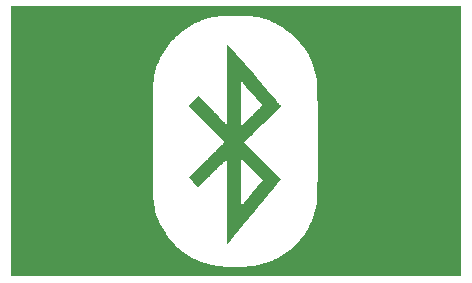
<source format=gbr>
%TF.GenerationSoftware,KiCad,Pcbnew,7.0.7*%
%TF.CreationDate,2023-08-28T22:10:07-07:00*%
%TF.ProjectId,Untitled,556e7469-746c-4656-942e-6b696361645f,rev?*%
%TF.SameCoordinates,Original*%
%TF.FileFunction,Legend,Bot*%
%TF.FilePolarity,Positive*%
%FSLAX46Y46*%
G04 Gerber Fmt 4.6, Leading zero omitted, Abs format (unit mm)*
G04 Created by KiCad (PCBNEW 7.0.7) date 2023-08-28 22:10:07*
%MOMM*%
%LPD*%
G01*
G04 APERTURE LIST*
G04 APERTURE END LIST*
%TO.C,G\u002A\u002A\u002A*%
G36*
X179071905Y-106324400D02*
G01*
X179071905Y-117755543D01*
X160020000Y-117755543D01*
X140968095Y-117755543D01*
X140968095Y-107725159D01*
X152964013Y-107725159D01*
X152964025Y-107944143D01*
X152964062Y-108159233D01*
X152964124Y-108369911D01*
X152964211Y-108575660D01*
X152964323Y-108775963D01*
X152964461Y-108970303D01*
X152964625Y-109158162D01*
X152964815Y-109339023D01*
X152965032Y-109512369D01*
X152965276Y-109677683D01*
X152965547Y-109834448D01*
X152965846Y-109982147D01*
X152966173Y-110120261D01*
X152966529Y-110248275D01*
X152966913Y-110365671D01*
X152967327Y-110471931D01*
X152967770Y-110566539D01*
X152968242Y-110648977D01*
X152968745Y-110718729D01*
X152969279Y-110775276D01*
X152969843Y-110818102D01*
X152970438Y-110846690D01*
X152970718Y-110854799D01*
X152981172Y-111047553D01*
X152995769Y-111229811D01*
X153015031Y-111405883D01*
X153039482Y-111580078D01*
X153069645Y-111756705D01*
X153097334Y-111898256D01*
X153165652Y-112193088D01*
X153248730Y-112485231D01*
X153346193Y-112773808D01*
X153457668Y-113057942D01*
X153582782Y-113336759D01*
X153721159Y-113609380D01*
X153872427Y-113874931D01*
X154036212Y-114132535D01*
X154074555Y-114189026D01*
X154250033Y-114431444D01*
X154438617Y-114667078D01*
X154639285Y-114894865D01*
X154851013Y-115113740D01*
X155072782Y-115322638D01*
X155303567Y-115520495D01*
X155504870Y-115678304D01*
X155754429Y-115856351D01*
X156012517Y-116021943D01*
X156278474Y-116174784D01*
X156551640Y-116314580D01*
X156831356Y-116441035D01*
X157116962Y-116553855D01*
X157407797Y-116652744D01*
X157703202Y-116737407D01*
X158002518Y-116807549D01*
X158053041Y-116817868D01*
X158177580Y-116841671D01*
X158298047Y-116862315D01*
X158417433Y-116880165D01*
X158538727Y-116895586D01*
X158664918Y-116908944D01*
X158798995Y-116920603D01*
X158943948Y-116930928D01*
X159014059Y-116935269D01*
X159026900Y-116935571D01*
X159054010Y-116935838D01*
X159094414Y-116936067D01*
X159147139Y-116936260D01*
X159211213Y-116936414D01*
X159285661Y-116936528D01*
X159369510Y-116936603D01*
X159461787Y-116936636D01*
X159561518Y-116936627D01*
X159667730Y-116936575D01*
X159779450Y-116936480D01*
X159895705Y-116936340D01*
X159997137Y-116936185D01*
X160161685Y-116935845D01*
X160311276Y-116935399D01*
X160446195Y-116934844D01*
X160566727Y-116934177D01*
X160673155Y-116933395D01*
X160765765Y-116932495D01*
X160844841Y-116931474D01*
X160910667Y-116930330D01*
X160963529Y-116929060D01*
X161003710Y-116927660D01*
X161031495Y-116926128D01*
X161037371Y-116925650D01*
X161145711Y-116915254D01*
X161253309Y-116903801D01*
X161356555Y-116891713D01*
X161451836Y-116879415D01*
X161535539Y-116867328D01*
X161536341Y-116867204D01*
X161840191Y-116812606D01*
X162139658Y-116743564D01*
X162434303Y-116660360D01*
X162723684Y-116563273D01*
X163007360Y-116452585D01*
X163284891Y-116328574D01*
X163555837Y-116191522D01*
X163819755Y-116041708D01*
X164076206Y-115879413D01*
X164324749Y-115704918D01*
X164564943Y-115518501D01*
X164796347Y-115320445D01*
X165018520Y-115111028D01*
X165231021Y-114890531D01*
X165433411Y-114659235D01*
X165625247Y-114417419D01*
X165806090Y-114165364D01*
X165821405Y-114142787D01*
X165909068Y-114009910D01*
X165989738Y-113880869D01*
X166065691Y-113751706D01*
X166139202Y-113618466D01*
X166212547Y-113477190D01*
X166265403Y-113370584D01*
X166394524Y-113088505D01*
X166509099Y-112801900D01*
X166609085Y-112510924D01*
X166694438Y-112215732D01*
X166765113Y-111916481D01*
X166821067Y-111613324D01*
X166862253Y-111306418D01*
X166866891Y-111262653D01*
X166869004Y-111242182D01*
X166871019Y-111222747D01*
X166872938Y-111203970D01*
X166874763Y-111185474D01*
X166876496Y-111166879D01*
X166878139Y-111147809D01*
X166879696Y-111127883D01*
X166881168Y-111106726D01*
X166882558Y-111083957D01*
X166883868Y-111059199D01*
X166885100Y-111032074D01*
X166886257Y-111002204D01*
X166887342Y-110969210D01*
X166888356Y-110932713D01*
X166889302Y-110892337D01*
X166890182Y-110847703D01*
X166890999Y-110798431D01*
X166891755Y-110744145D01*
X166892453Y-110684466D01*
X166893094Y-110619016D01*
X166893681Y-110547417D01*
X166894216Y-110469289D01*
X166894703Y-110384256D01*
X166895142Y-110291939D01*
X166895538Y-110191960D01*
X166895891Y-110083940D01*
X166896204Y-109967502D01*
X166896480Y-109842266D01*
X166896721Y-109707856D01*
X166896929Y-109563892D01*
X166897107Y-109409996D01*
X166897257Y-109245791D01*
X166897381Y-109070898D01*
X166897483Y-108884939D01*
X166897563Y-108687535D01*
X166897625Y-108478309D01*
X166897671Y-108256882D01*
X166897703Y-108022876D01*
X166897723Y-107775912D01*
X166897735Y-107515613D01*
X166897740Y-107241601D01*
X166897740Y-106953497D01*
X166897739Y-106650922D01*
X166897737Y-106333499D01*
X166897737Y-106320589D01*
X166897738Y-106002569D01*
X166897740Y-105699413D01*
X166897740Y-105410741D01*
X166897735Y-105136177D01*
X166897724Y-104875341D01*
X166897704Y-104627855D01*
X166897672Y-104393342D01*
X166897627Y-104171423D01*
X166897566Y-103961720D01*
X166897486Y-103763854D01*
X166897386Y-103577448D01*
X166897262Y-103402123D01*
X166897113Y-103237500D01*
X166896937Y-103083203D01*
X166896730Y-102938852D01*
X166896490Y-102804070D01*
X166896216Y-102678477D01*
X166895904Y-102561697D01*
X166895552Y-102453350D01*
X166895159Y-102353059D01*
X166894721Y-102260445D01*
X166894237Y-102175130D01*
X166893703Y-102096736D01*
X166893118Y-102024884D01*
X166892479Y-101959197D01*
X166891784Y-101899297D01*
X166891030Y-101844804D01*
X166890216Y-101795341D01*
X166889338Y-101750529D01*
X166888395Y-101709991D01*
X166887383Y-101673348D01*
X166886302Y-101640222D01*
X166885147Y-101610235D01*
X166883918Y-101583008D01*
X166882611Y-101558164D01*
X166881225Y-101535323D01*
X166879756Y-101514109D01*
X166878203Y-101494142D01*
X166876562Y-101475045D01*
X166874833Y-101456438D01*
X166873012Y-101437945D01*
X166871097Y-101419187D01*
X166869086Y-101399785D01*
X166866976Y-101379362D01*
X166866891Y-101378525D01*
X166827908Y-101072551D01*
X166774063Y-100769486D01*
X166705544Y-100469856D01*
X166622543Y-100174184D01*
X166525251Y-99882997D01*
X166413858Y-99596818D01*
X166288554Y-99316174D01*
X166149530Y-99041588D01*
X165996977Y-98773585D01*
X165831085Y-98512691D01*
X165821117Y-98497877D01*
X165642133Y-98246040D01*
X165452095Y-98004307D01*
X165251470Y-97772958D01*
X165040725Y-97552277D01*
X164820324Y-97342547D01*
X164590734Y-97144051D01*
X164352421Y-96957070D01*
X164105851Y-96781887D01*
X163851489Y-96618785D01*
X163589802Y-96468047D01*
X163321255Y-96329955D01*
X163046315Y-96204792D01*
X162765447Y-96092841D01*
X162479118Y-95994383D01*
X162187792Y-95909702D01*
X161891937Y-95839081D01*
X161592018Y-95782801D01*
X161288501Y-95741146D01*
X161273425Y-95739472D01*
X161228158Y-95734539D01*
X161186219Y-95730098D01*
X161146607Y-95726124D01*
X161108318Y-95722590D01*
X161070350Y-95719471D01*
X161031701Y-95716741D01*
X160991369Y-95714374D01*
X160948352Y-95712344D01*
X160901646Y-95710625D01*
X160850250Y-95709192D01*
X160793161Y-95708019D01*
X160729377Y-95707079D01*
X160657895Y-95706346D01*
X160577714Y-95705796D01*
X160487831Y-95705402D01*
X160387243Y-95705139D01*
X160274948Y-95704979D01*
X160149944Y-95704898D01*
X160011229Y-95704870D01*
X159932361Y-95704868D01*
X159786025Y-95704879D01*
X159653928Y-95704928D01*
X159535068Y-95705043D01*
X159428443Y-95705249D01*
X159333050Y-95705571D01*
X159247886Y-95706036D01*
X159171950Y-95706669D01*
X159104239Y-95707496D01*
X159043751Y-95708544D01*
X158989483Y-95709837D01*
X158940433Y-95711402D01*
X158895599Y-95713265D01*
X158853978Y-95715451D01*
X158814568Y-95717987D01*
X158776367Y-95720898D01*
X158738372Y-95724210D01*
X158699581Y-95727950D01*
X158658992Y-95732142D01*
X158615602Y-95736812D01*
X158591297Y-95739472D01*
X158287214Y-95780475D01*
X157986220Y-95836285D01*
X157688794Y-95906696D01*
X157395411Y-95991499D01*
X157106549Y-96090486D01*
X156822685Y-96203450D01*
X156544296Y-96330183D01*
X156271860Y-96470476D01*
X156005852Y-96624123D01*
X155746752Y-96790914D01*
X155495034Y-96970643D01*
X155251178Y-97163100D01*
X155173195Y-97228784D01*
X155095883Y-97296717D01*
X155011979Y-97373590D01*
X154924470Y-97456493D01*
X154836347Y-97542513D01*
X154750597Y-97628738D01*
X154670209Y-97712255D01*
X154605979Y-97781525D01*
X154403590Y-98015722D01*
X154213491Y-98258701D01*
X154035913Y-98509972D01*
X153871088Y-98769042D01*
X153719247Y-99035419D01*
X153580621Y-99308610D01*
X153455441Y-99588123D01*
X153343940Y-99873467D01*
X153246348Y-100164149D01*
X153162896Y-100459677D01*
X153093817Y-100759559D01*
X153039340Y-101063302D01*
X153028287Y-101137970D01*
X153018337Y-101211736D01*
X153008720Y-101290808D01*
X152999182Y-101377526D01*
X152989469Y-101474234D01*
X152979325Y-101583272D01*
X152976850Y-101610958D01*
X152976216Y-101625698D01*
X152975594Y-101655162D01*
X152974984Y-101698833D01*
X152974387Y-101756194D01*
X152973803Y-101826728D01*
X152973232Y-101909917D01*
X152972675Y-102005245D01*
X152972132Y-102112194D01*
X152971604Y-102230246D01*
X152971090Y-102358886D01*
X152970591Y-102497595D01*
X152970107Y-102645857D01*
X152969639Y-102803154D01*
X152969188Y-102968969D01*
X152968753Y-103142784D01*
X152968334Y-103324084D01*
X152967933Y-103512349D01*
X152967549Y-103707065D01*
X152967182Y-103907712D01*
X152966834Y-104113774D01*
X152966505Y-104324733D01*
X152966194Y-104540073D01*
X152965903Y-104759277D01*
X152965631Y-104981826D01*
X152965378Y-105207205D01*
X152965146Y-105434895D01*
X152964935Y-105664380D01*
X152964744Y-105895142D01*
X152964575Y-106126664D01*
X152964427Y-106358429D01*
X152964301Y-106589920D01*
X152964198Y-106820619D01*
X152964117Y-107050010D01*
X152964059Y-107277575D01*
X152964024Y-107502797D01*
X152964013Y-107725159D01*
X140968095Y-107725159D01*
X140968095Y-106324400D01*
X140968095Y-94893257D01*
X160020000Y-94893257D01*
X179071905Y-94893257D01*
X179071905Y-106324400D01*
G37*
G36*
X161509859Y-100663023D02*
G01*
X161659540Y-100836038D01*
X161806791Y-101006245D01*
X161951293Y-101173276D01*
X162092729Y-101336763D01*
X162230779Y-101496337D01*
X162365125Y-101651631D01*
X162495449Y-101802276D01*
X162621432Y-101947904D01*
X162742755Y-102088147D01*
X162859101Y-102222637D01*
X162970151Y-102351006D01*
X163075586Y-102472886D01*
X163175089Y-102587908D01*
X163268339Y-102695704D01*
X163355020Y-102795907D01*
X163434812Y-102888148D01*
X163507397Y-102972059D01*
X163572457Y-103047271D01*
X163629673Y-103113418D01*
X163678727Y-103170130D01*
X163719300Y-103217040D01*
X163751074Y-103253779D01*
X163773731Y-103279979D01*
X163786951Y-103295273D01*
X163790393Y-103299261D01*
X163815183Y-103328103D01*
X162252975Y-104858640D01*
X162123281Y-104985718D01*
X161996436Y-105110031D01*
X161872872Y-105231154D01*
X161753019Y-105348666D01*
X161637307Y-105462143D01*
X161526167Y-105571163D01*
X161420028Y-105675304D01*
X161319323Y-105774142D01*
X161224480Y-105867254D01*
X161135930Y-105954218D01*
X161054104Y-106034611D01*
X160979432Y-106108010D01*
X160912345Y-106173993D01*
X160853272Y-106232137D01*
X160802645Y-106282019D01*
X160760894Y-106323215D01*
X160728449Y-106355305D01*
X160705740Y-106377864D01*
X160693198Y-106390470D01*
X160690697Y-106393142D01*
X160695995Y-106398805D01*
X160711618Y-106414848D01*
X160737143Y-106440844D01*
X160772148Y-106476368D01*
X160816209Y-106520991D01*
X160868904Y-106574288D01*
X160929810Y-106635833D01*
X160998503Y-106705198D01*
X161074561Y-106781957D01*
X161157561Y-106865683D01*
X161247080Y-106955951D01*
X161342694Y-107052332D01*
X161443982Y-107154402D01*
X161550521Y-107261732D01*
X161661886Y-107373898D01*
X161777656Y-107490471D01*
X161897407Y-107611026D01*
X162020716Y-107735136D01*
X162147162Y-107862374D01*
X162245790Y-107961602D01*
X162416849Y-108133732D01*
X162577244Y-108295221D01*
X162727097Y-108446195D01*
X162866532Y-108586778D01*
X162995672Y-108717097D01*
X163114640Y-108837277D01*
X163223561Y-108947444D01*
X163322557Y-109047722D01*
X163411752Y-109138237D01*
X163491269Y-109219115D01*
X163561232Y-109290481D01*
X163621765Y-109352460D01*
X163672989Y-109405179D01*
X163715030Y-109448762D01*
X163748010Y-109483334D01*
X163772053Y-109509022D01*
X163787283Y-109525950D01*
X163793822Y-109534245D01*
X163794078Y-109535134D01*
X163788637Y-109541788D01*
X163773858Y-109559746D01*
X163750109Y-109588561D01*
X163717758Y-109627788D01*
X163677175Y-109676981D01*
X163628727Y-109735692D01*
X163572784Y-109803477D01*
X163509714Y-109879887D01*
X163439886Y-109964478D01*
X163363668Y-110056803D01*
X163281428Y-110156415D01*
X163193537Y-110262869D01*
X163100361Y-110375718D01*
X163002270Y-110494515D01*
X162899632Y-110618815D01*
X162792817Y-110748171D01*
X162682191Y-110882136D01*
X162568125Y-111020265D01*
X162450987Y-111162112D01*
X162331145Y-111307229D01*
X162208968Y-111455171D01*
X162084824Y-111605491D01*
X161959083Y-111757744D01*
X161832112Y-111911482D01*
X161704280Y-112066259D01*
X161575957Y-112221630D01*
X161447510Y-112377148D01*
X161319309Y-112532366D01*
X161191721Y-112686839D01*
X161065116Y-112840119D01*
X160939861Y-112991761D01*
X160816326Y-113141319D01*
X160694880Y-113288345D01*
X160575890Y-113432395D01*
X160459726Y-113573021D01*
X160346755Y-113709777D01*
X160237348Y-113842218D01*
X160131871Y-113969895D01*
X160030695Y-114092365D01*
X159934187Y-114209179D01*
X159842716Y-114319892D01*
X159756650Y-114424057D01*
X159676359Y-114521229D01*
X159602211Y-114610961D01*
X159534575Y-114692806D01*
X159473818Y-114766318D01*
X159420310Y-114831052D01*
X159374420Y-114886560D01*
X159336515Y-114932396D01*
X159306965Y-114968115D01*
X159286138Y-114993270D01*
X159274403Y-115007414D01*
X159271880Y-115010428D01*
X159250303Y-115035461D01*
X159250303Y-111422320D01*
X159250288Y-111161360D01*
X159250246Y-110907403D01*
X159250176Y-110660806D01*
X159250079Y-110421924D01*
X159249956Y-110191111D01*
X159249808Y-109968725D01*
X159249635Y-109755120D01*
X159249437Y-109550651D01*
X159249217Y-109355675D01*
X159248973Y-109170547D01*
X159248708Y-108995623D01*
X159248421Y-108831258D01*
X159248113Y-108677807D01*
X159247785Y-108535627D01*
X159247438Y-108405072D01*
X159247072Y-108286499D01*
X159246687Y-108180262D01*
X159246286Y-108086718D01*
X159245868Y-108006222D01*
X159245434Y-107939130D01*
X159244984Y-107885796D01*
X159244520Y-107846577D01*
X159244041Y-107821828D01*
X159243550Y-107811905D01*
X159243465Y-107811718D01*
X159237457Y-107817215D01*
X159221057Y-107832906D01*
X159194755Y-107858311D01*
X159159040Y-107892953D01*
X159114404Y-107936353D01*
X159061334Y-107988033D01*
X159000323Y-108047513D01*
X158931858Y-108114317D01*
X158856431Y-108187965D01*
X158774532Y-108267979D01*
X158686649Y-108353881D01*
X158593273Y-108445192D01*
X158494895Y-108541433D01*
X158392003Y-108642127D01*
X158285088Y-108746795D01*
X158174640Y-108854958D01*
X158061148Y-108966139D01*
X158015652Y-109010718D01*
X157901104Y-109122935D01*
X157789401Y-109232303D01*
X157681034Y-109338344D01*
X157576493Y-109440581D01*
X157476268Y-109538537D01*
X157380848Y-109631734D01*
X157290723Y-109719696D01*
X157206385Y-109801944D01*
X157128321Y-109878003D01*
X157057023Y-109947393D01*
X156992981Y-110009639D01*
X156936683Y-110064263D01*
X156888621Y-110110787D01*
X156849284Y-110148735D01*
X156819162Y-110177629D01*
X156798746Y-110196991D01*
X156788524Y-110206345D01*
X156787402Y-110207178D01*
X156781027Y-110201863D01*
X156764851Y-110186482D01*
X156739719Y-110161881D01*
X156706472Y-110128902D01*
X156665952Y-110088393D01*
X156619003Y-110041196D01*
X156566467Y-109988158D01*
X156509186Y-109930123D01*
X156448002Y-109867936D01*
X156383759Y-109802442D01*
X156380845Y-109799467D01*
X155981562Y-109391756D01*
X156074633Y-109299005D01*
X156088194Y-109285585D01*
X156112155Y-109261980D01*
X156146030Y-109228670D01*
X156189330Y-109186132D01*
X156241567Y-109134847D01*
X156302251Y-109075292D01*
X156370895Y-109007947D01*
X156447011Y-108933291D01*
X156530109Y-108851802D01*
X156619702Y-108763960D01*
X156715301Y-108670242D01*
X156816418Y-108571129D01*
X156922563Y-108467099D01*
X157033250Y-108358630D01*
X157147989Y-108246203D01*
X157266292Y-108130294D01*
X157387671Y-108011385D01*
X157511637Y-107889952D01*
X157604218Y-107799271D01*
X157660661Y-107743972D01*
X160401038Y-107743972D01*
X160401038Y-109787013D01*
X160401038Y-111830054D01*
X160418987Y-111811175D01*
X160425626Y-111803428D01*
X160441476Y-111784514D01*
X160466050Y-111755022D01*
X160498860Y-111715542D01*
X160539417Y-111666664D01*
X160587235Y-111608977D01*
X160641824Y-111543070D01*
X160702697Y-111469534D01*
X160769366Y-111388958D01*
X160841344Y-111301931D01*
X160918141Y-111209043D01*
X160999270Y-111110884D01*
X161084244Y-111008043D01*
X161172574Y-110901109D01*
X161263773Y-110790673D01*
X161341986Y-110695938D01*
X162247035Y-109599579D01*
X161985055Y-109335632D01*
X161944710Y-109295002D01*
X161894650Y-109244621D01*
X161835917Y-109185534D01*
X161769553Y-109118789D01*
X161696597Y-109045432D01*
X161618093Y-108966510D01*
X161535080Y-108883070D01*
X161448600Y-108796158D01*
X161359696Y-108706822D01*
X161269407Y-108616107D01*
X161178776Y-108525061D01*
X161088843Y-108434730D01*
X161062056Y-108407828D01*
X160401038Y-107743972D01*
X157660661Y-107743972D01*
X157728567Y-107677442D01*
X157850046Y-107558353D01*
X157968204Y-107442448D01*
X158082593Y-107330169D01*
X158192763Y-107221960D01*
X158298266Y-107118264D01*
X158398652Y-107019524D01*
X158493472Y-106926183D01*
X158582276Y-106838684D01*
X158664615Y-106757470D01*
X158740041Y-106682984D01*
X158808103Y-106615670D01*
X158868353Y-106555970D01*
X158920341Y-106504327D01*
X158963618Y-106461184D01*
X158997736Y-106426985D01*
X159022243Y-106402173D01*
X159036693Y-106387190D01*
X159040732Y-106382499D01*
X159035427Y-106376346D01*
X159019796Y-106359822D01*
X158994267Y-106333358D01*
X158959265Y-106297387D01*
X158915216Y-106252340D01*
X158862547Y-106198649D01*
X158801685Y-106136746D01*
X158733056Y-106067062D01*
X158657086Y-105990029D01*
X158574201Y-105906079D01*
X158484829Y-105815643D01*
X158389394Y-105719154D01*
X158288325Y-105617042D01*
X158182047Y-105509741D01*
X158070986Y-105397681D01*
X157955569Y-105281294D01*
X157836222Y-105161012D01*
X157713372Y-105037267D01*
X157587445Y-104910491D01*
X157508959Y-104831508D01*
X157381402Y-104703138D01*
X157256680Y-104577564D01*
X157135217Y-104455217D01*
X157017438Y-104336526D01*
X156903769Y-104221922D01*
X156794635Y-104111835D01*
X156690461Y-104006695D01*
X156591673Y-103906931D01*
X156498695Y-103812975D01*
X156411953Y-103725256D01*
X156331872Y-103644204D01*
X156258877Y-103570249D01*
X156193393Y-103503822D01*
X156135846Y-103445353D01*
X156086661Y-103395271D01*
X156046263Y-103354007D01*
X156015077Y-103321991D01*
X155993528Y-103299653D01*
X155982043Y-103287423D01*
X155980161Y-103285106D01*
X155985926Y-103279033D01*
X156001680Y-103263083D01*
X156026577Y-103238101D01*
X156059770Y-103204929D01*
X156100412Y-103164411D01*
X156147657Y-103117388D01*
X156200659Y-103064705D01*
X156258570Y-103007205D01*
X156320546Y-102945730D01*
X156385739Y-102881124D01*
X156388771Y-102878121D01*
X156794406Y-102476336D01*
X158016562Y-103706879D01*
X158130391Y-103821464D01*
X158241403Y-103933164D01*
X158349120Y-104041499D01*
X158453063Y-104145990D01*
X158552751Y-104246154D01*
X158647706Y-104341514D01*
X158737448Y-104431587D01*
X158821499Y-104515895D01*
X158899379Y-104593956D01*
X158970608Y-104665291D01*
X159034709Y-104729418D01*
X159091200Y-104785859D01*
X159139604Y-104834133D01*
X159179441Y-104873759D01*
X159210232Y-104904257D01*
X159231497Y-104925148D01*
X159242757Y-104935950D01*
X159244502Y-104937421D01*
X159244889Y-104929880D01*
X159245279Y-104907578D01*
X159245669Y-104870995D01*
X159246059Y-104820610D01*
X159246447Y-104756905D01*
X159246832Y-104680359D01*
X159247214Y-104591452D01*
X159247592Y-104490665D01*
X159247963Y-104378478D01*
X159248327Y-104255370D01*
X159248684Y-104121823D01*
X159249031Y-103978316D01*
X159249369Y-103825328D01*
X159249695Y-103663342D01*
X159250009Y-103492836D01*
X159250310Y-103314291D01*
X159250596Y-103128187D01*
X159250634Y-103100817D01*
X160401038Y-103100817D01*
X160401054Y-103272173D01*
X160401100Y-103439503D01*
X160401177Y-103602172D01*
X160401281Y-103759540D01*
X160401412Y-103910971D01*
X160401569Y-104055826D01*
X160401749Y-104193468D01*
X160401953Y-104323260D01*
X160402178Y-104444563D01*
X160402423Y-104556740D01*
X160402686Y-104659153D01*
X160402967Y-104751165D01*
X160403264Y-104832138D01*
X160403576Y-104901434D01*
X160403901Y-104958416D01*
X160404238Y-105002446D01*
X160404586Y-105032886D01*
X160404943Y-105049099D01*
X160405157Y-105051732D01*
X160410954Y-105046487D01*
X160427064Y-105031118D01*
X160452920Y-105006180D01*
X160487955Y-104972224D01*
X160531604Y-104929802D01*
X160583301Y-104879469D01*
X160642479Y-104821775D01*
X160708572Y-104757274D01*
X160781014Y-104686518D01*
X160859238Y-104610060D01*
X160942680Y-104528452D01*
X161030771Y-104442248D01*
X161122947Y-104351998D01*
X161218640Y-104258257D01*
X161317285Y-104161576D01*
X161319915Y-104158998D01*
X161418593Y-104062210D01*
X161514263Y-103968275D01*
X161606362Y-103877749D01*
X161694329Y-103791189D01*
X161777600Y-103709151D01*
X161855615Y-103632192D01*
X161927809Y-103560868D01*
X161993622Y-103495736D01*
X162052490Y-103437352D01*
X162103852Y-103386272D01*
X162147146Y-103343054D01*
X162181808Y-103308253D01*
X162207277Y-103282427D01*
X162222990Y-103266131D01*
X162228385Y-103259923D01*
X162228382Y-103259901D01*
X162223269Y-103253590D01*
X162208793Y-103236478D01*
X162185557Y-103209261D01*
X162154165Y-103172637D01*
X162115217Y-103127301D01*
X162069317Y-103073951D01*
X162017067Y-103013283D01*
X161959070Y-102945994D01*
X161895929Y-102872780D01*
X161828245Y-102794340D01*
X161756622Y-102711368D01*
X161681662Y-102624562D01*
X161603967Y-102534620D01*
X161524140Y-102442236D01*
X161442784Y-102348109D01*
X161360501Y-102252935D01*
X161277894Y-102157411D01*
X161195564Y-102062233D01*
X161114116Y-101968098D01*
X161034150Y-101875703D01*
X160956271Y-101785745D01*
X160881080Y-101698920D01*
X160809179Y-101615926D01*
X160741172Y-101537459D01*
X160677661Y-101464215D01*
X160619248Y-101396891D01*
X160566537Y-101336185D01*
X160520128Y-101282793D01*
X160480626Y-101237411D01*
X160448633Y-101200737D01*
X160424750Y-101173467D01*
X160409582Y-101156298D01*
X160403729Y-101149926D01*
X160403686Y-101149902D01*
X160403453Y-101157417D01*
X160403226Y-101179535D01*
X160403005Y-101215619D01*
X160402792Y-101265033D01*
X160402586Y-101327136D01*
X160402389Y-101401293D01*
X160402203Y-101486866D01*
X160402027Y-101583216D01*
X160401862Y-101689707D01*
X160401710Y-101805700D01*
X160401571Y-101930558D01*
X160401446Y-102063642D01*
X160401336Y-102204317D01*
X160401242Y-102351943D01*
X160401164Y-102505883D01*
X160401105Y-102665500D01*
X160401063Y-102830156D01*
X160401041Y-102999212D01*
X160401038Y-103100817D01*
X159250634Y-103100817D01*
X159250867Y-102935004D01*
X159251121Y-102735222D01*
X159251357Y-102529321D01*
X159251575Y-102317782D01*
X159251773Y-102101085D01*
X159251951Y-101879710D01*
X159252106Y-101654136D01*
X159252200Y-101496524D01*
X159254113Y-98055627D01*
X161509859Y-100663023D01*
G37*
%TD*%
M02*

</source>
